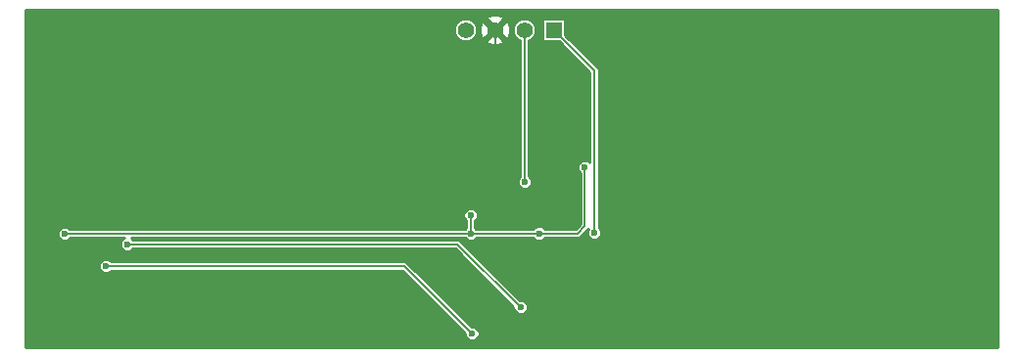
<source format=gbl>
G04 (created by PCBNEW (22-Jun-2014 BZR 4027)-stable) date Thu 03 May 2018 06:01:57 PM CST*
%MOIN*%
G04 Gerber Fmt 3.4, Leading zero omitted, Abs format*
%FSLAX34Y34*%
G01*
G70*
G90*
G04 APERTURE LIST*
%ADD10C,0.00393701*%
%ADD11R,0.055X0.055*%
%ADD12C,0.055*%
%ADD13C,0.023622*%
%ADD14C,0.00708661*%
%ADD15C,0.01*%
G04 APERTURE END LIST*
G54D10*
G54D11*
X142180Y-93434D03*
G54D12*
X141180Y-93434D03*
X140180Y-93434D03*
X139180Y-93434D03*
G54D13*
X143246Y-98126D03*
X139352Y-99746D03*
X125534Y-100374D03*
X139352Y-100376D03*
X141680Y-100368D03*
X139410Y-103794D03*
X126934Y-101482D03*
X125562Y-103894D03*
X124632Y-100776D03*
X137442Y-103894D03*
X143980Y-103890D03*
X155972Y-103894D03*
X155990Y-101448D03*
X153734Y-97126D03*
X153726Y-100988D03*
X153730Y-94310D03*
X131576Y-96404D03*
X135064Y-96412D03*
X140216Y-96410D03*
X143560Y-100356D03*
X141188Y-98608D03*
X141052Y-102889D03*
X127676Y-100734D03*
G54D14*
X141680Y-100368D02*
X142994Y-100368D01*
X143246Y-100116D02*
X143246Y-98126D01*
X142994Y-100368D02*
X143246Y-100116D01*
X139352Y-99746D02*
X139352Y-100376D01*
X139360Y-100368D02*
X125540Y-100368D01*
X125540Y-100368D02*
X125534Y-100374D01*
X139360Y-100368D02*
X139360Y-100368D01*
X139360Y-100368D02*
X141680Y-100368D01*
X139352Y-100376D02*
X139360Y-100368D01*
X126934Y-101482D02*
X137098Y-101482D01*
X137098Y-101482D02*
X139410Y-103794D01*
X124632Y-100776D02*
X124632Y-102964D01*
X124632Y-102964D02*
X125562Y-103894D01*
X143980Y-103890D02*
X143686Y-104184D01*
X137732Y-104184D02*
X143686Y-104184D01*
X137732Y-104184D02*
X137442Y-103894D01*
X155990Y-101448D02*
X155990Y-103876D01*
X155990Y-103876D02*
X155972Y-103894D01*
X153734Y-97126D02*
X153730Y-97126D01*
X153730Y-97126D02*
X153734Y-97126D01*
X153734Y-97126D02*
X153730Y-97126D01*
X153730Y-94310D02*
X153730Y-97126D01*
X153730Y-97126D02*
X153730Y-100984D01*
X153730Y-100984D02*
X153726Y-100988D01*
X135064Y-96412D02*
X131584Y-96412D01*
X131584Y-96412D02*
X131576Y-96404D01*
X140216Y-96410D02*
X135066Y-96410D01*
X135066Y-96410D02*
X135064Y-96412D01*
X140180Y-96374D02*
X140180Y-93434D01*
X140216Y-96410D02*
X140180Y-96374D01*
X143570Y-94824D02*
X142180Y-93434D01*
X143570Y-100346D02*
X143570Y-94824D01*
X143560Y-100356D02*
X143570Y-100346D01*
X141180Y-98600D02*
X141180Y-93434D01*
X141188Y-98608D02*
X141180Y-98600D01*
X138896Y-100734D02*
X127676Y-100734D01*
X138896Y-100734D02*
X141052Y-102889D01*
G54D10*
G36*
X157309Y-104243D02*
X143799Y-104243D01*
X143799Y-100308D01*
X143762Y-100220D01*
X143726Y-100184D01*
X143726Y-94824D01*
X143716Y-94774D01*
X143714Y-94764D01*
X143714Y-94764D01*
X143680Y-94713D01*
X143680Y-94713D01*
X142575Y-93608D01*
X142575Y-93135D01*
X142557Y-93090D01*
X142523Y-93056D01*
X142479Y-93038D01*
X142431Y-93038D01*
X141881Y-93038D01*
X141836Y-93056D01*
X141802Y-93090D01*
X141784Y-93134D01*
X141784Y-93182D01*
X141784Y-93732D01*
X141802Y-93777D01*
X141836Y-93811D01*
X141880Y-93829D01*
X141928Y-93829D01*
X142354Y-93829D01*
X143413Y-94888D01*
X143413Y-97955D01*
X143381Y-97923D01*
X143293Y-97887D01*
X143198Y-97886D01*
X143110Y-97923D01*
X143043Y-97990D01*
X143007Y-98078D01*
X143006Y-98173D01*
X143043Y-98261D01*
X143089Y-98307D01*
X143089Y-100051D01*
X142929Y-100211D01*
X141861Y-100211D01*
X141815Y-100165D01*
X141727Y-100129D01*
X141632Y-100128D01*
X141575Y-100152D01*
X141575Y-93355D01*
X141515Y-93210D01*
X141404Y-93098D01*
X141259Y-93038D01*
X141101Y-93038D01*
X140956Y-93098D01*
X140844Y-93209D01*
X140784Y-93354D01*
X140784Y-93512D01*
X140844Y-93657D01*
X140955Y-93769D01*
X141023Y-93797D01*
X141023Y-98434D01*
X140985Y-98472D01*
X140949Y-98560D01*
X140948Y-98655D01*
X140985Y-98743D01*
X141052Y-98810D01*
X141140Y-98846D01*
X141235Y-98847D01*
X141323Y-98810D01*
X141390Y-98743D01*
X141426Y-98655D01*
X141427Y-98560D01*
X141390Y-98472D01*
X141336Y-98418D01*
X141336Y-93797D01*
X141403Y-93769D01*
X141515Y-93658D01*
X141575Y-93513D01*
X141575Y-93355D01*
X141575Y-100152D01*
X141544Y-100165D01*
X141498Y-100211D01*
X140709Y-100211D01*
X140709Y-93509D01*
X140698Y-93301D01*
X140640Y-93161D01*
X140547Y-93136D01*
X140477Y-93207D01*
X140477Y-93066D01*
X140452Y-92973D01*
X140255Y-92904D01*
X140047Y-92915D01*
X139907Y-92973D01*
X139882Y-93066D01*
X140180Y-93363D01*
X140477Y-93066D01*
X140477Y-93207D01*
X140250Y-93434D01*
X140547Y-93731D01*
X140640Y-93706D01*
X140709Y-93509D01*
X140709Y-100211D01*
X140477Y-100211D01*
X140477Y-93801D01*
X140180Y-93504D01*
X140109Y-93575D01*
X140109Y-93434D01*
X139812Y-93136D01*
X139719Y-93161D01*
X139650Y-93358D01*
X139661Y-93566D01*
X139719Y-93706D01*
X139812Y-93731D01*
X140109Y-93434D01*
X140109Y-93575D01*
X139882Y-93801D01*
X139907Y-93894D01*
X140104Y-93963D01*
X140312Y-93952D01*
X140452Y-93894D01*
X140477Y-93801D01*
X140477Y-100211D01*
X139525Y-100211D01*
X139508Y-100194D01*
X139508Y-99927D01*
X139554Y-99881D01*
X139590Y-99793D01*
X139591Y-99698D01*
X139575Y-99662D01*
X139575Y-93355D01*
X139515Y-93210D01*
X139404Y-93098D01*
X139259Y-93038D01*
X139101Y-93038D01*
X138956Y-93098D01*
X138844Y-93209D01*
X138784Y-93354D01*
X138784Y-93512D01*
X138844Y-93657D01*
X138955Y-93769D01*
X139100Y-93829D01*
X139258Y-93829D01*
X139403Y-93769D01*
X139515Y-93658D01*
X139575Y-93513D01*
X139575Y-93355D01*
X139575Y-99662D01*
X139554Y-99610D01*
X139487Y-99543D01*
X139399Y-99507D01*
X139304Y-99506D01*
X139216Y-99543D01*
X139149Y-99610D01*
X139113Y-99698D01*
X139112Y-99793D01*
X139149Y-99881D01*
X139195Y-99927D01*
X139195Y-100194D01*
X139178Y-100211D01*
X125709Y-100211D01*
X125669Y-100171D01*
X125581Y-100135D01*
X125486Y-100134D01*
X125398Y-100171D01*
X125331Y-100238D01*
X125295Y-100326D01*
X125294Y-100421D01*
X125331Y-100509D01*
X125398Y-100576D01*
X125486Y-100612D01*
X125581Y-100613D01*
X125669Y-100576D01*
X125721Y-100524D01*
X127557Y-100524D01*
X127540Y-100531D01*
X127473Y-100598D01*
X127437Y-100686D01*
X127436Y-100781D01*
X127473Y-100869D01*
X127540Y-100936D01*
X127628Y-100972D01*
X127723Y-100973D01*
X127811Y-100936D01*
X127857Y-100890D01*
X138831Y-100890D01*
X140813Y-102871D01*
X140813Y-102937D01*
X140849Y-103025D01*
X140916Y-103092D01*
X141004Y-103128D01*
X141099Y-103128D01*
X141187Y-103092D01*
X141254Y-103025D01*
X141291Y-102937D01*
X141291Y-102842D01*
X141254Y-102754D01*
X141187Y-102687D01*
X141099Y-102650D01*
X141034Y-102650D01*
X139006Y-100623D01*
X138956Y-100589D01*
X138896Y-100577D01*
X127857Y-100577D01*
X127811Y-100531D01*
X127794Y-100524D01*
X139162Y-100524D01*
X139216Y-100578D01*
X139304Y-100614D01*
X139399Y-100615D01*
X139487Y-100578D01*
X139541Y-100524D01*
X141498Y-100524D01*
X141544Y-100570D01*
X141632Y-100606D01*
X141727Y-100607D01*
X141815Y-100570D01*
X141861Y-100524D01*
X142994Y-100524D01*
X142994Y-100524D01*
X143053Y-100512D01*
X143104Y-100478D01*
X143353Y-100229D01*
X143321Y-100308D01*
X143320Y-100403D01*
X143357Y-100491D01*
X143424Y-100558D01*
X143512Y-100594D01*
X143607Y-100595D01*
X143695Y-100558D01*
X143762Y-100491D01*
X143798Y-100403D01*
X143799Y-100308D01*
X143799Y-104243D01*
X139649Y-104243D01*
X139649Y-103746D01*
X139612Y-103658D01*
X139545Y-103591D01*
X139457Y-103555D01*
X139392Y-103555D01*
X137208Y-101371D01*
X137157Y-101337D01*
X137098Y-101325D01*
X127115Y-101325D01*
X127069Y-101279D01*
X126981Y-101243D01*
X126886Y-101242D01*
X126798Y-101279D01*
X126731Y-101346D01*
X126695Y-101434D01*
X126694Y-101529D01*
X126731Y-101617D01*
X126798Y-101684D01*
X126886Y-101720D01*
X126981Y-101721D01*
X127069Y-101684D01*
X127115Y-101638D01*
X137033Y-101638D01*
X139171Y-103776D01*
X139170Y-103841D01*
X139207Y-103929D01*
X139274Y-103996D01*
X139362Y-104032D01*
X139457Y-104033D01*
X139545Y-103996D01*
X139612Y-103929D01*
X139648Y-103841D01*
X139649Y-103746D01*
X139649Y-104243D01*
X124210Y-104243D01*
X124210Y-92744D01*
X157309Y-92744D01*
X157309Y-104243D01*
X157309Y-104243D01*
G37*
G54D15*
X157309Y-104243D02*
X143799Y-104243D01*
X143799Y-100308D01*
X143762Y-100220D01*
X143726Y-100184D01*
X143726Y-94824D01*
X143716Y-94774D01*
X143714Y-94764D01*
X143714Y-94764D01*
X143680Y-94713D01*
X143680Y-94713D01*
X142575Y-93608D01*
X142575Y-93135D01*
X142557Y-93090D01*
X142523Y-93056D01*
X142479Y-93038D01*
X142431Y-93038D01*
X141881Y-93038D01*
X141836Y-93056D01*
X141802Y-93090D01*
X141784Y-93134D01*
X141784Y-93182D01*
X141784Y-93732D01*
X141802Y-93777D01*
X141836Y-93811D01*
X141880Y-93829D01*
X141928Y-93829D01*
X142354Y-93829D01*
X143413Y-94888D01*
X143413Y-97955D01*
X143381Y-97923D01*
X143293Y-97887D01*
X143198Y-97886D01*
X143110Y-97923D01*
X143043Y-97990D01*
X143007Y-98078D01*
X143006Y-98173D01*
X143043Y-98261D01*
X143089Y-98307D01*
X143089Y-100051D01*
X142929Y-100211D01*
X141861Y-100211D01*
X141815Y-100165D01*
X141727Y-100129D01*
X141632Y-100128D01*
X141575Y-100152D01*
X141575Y-93355D01*
X141515Y-93210D01*
X141404Y-93098D01*
X141259Y-93038D01*
X141101Y-93038D01*
X140956Y-93098D01*
X140844Y-93209D01*
X140784Y-93354D01*
X140784Y-93512D01*
X140844Y-93657D01*
X140955Y-93769D01*
X141023Y-93797D01*
X141023Y-98434D01*
X140985Y-98472D01*
X140949Y-98560D01*
X140948Y-98655D01*
X140985Y-98743D01*
X141052Y-98810D01*
X141140Y-98846D01*
X141235Y-98847D01*
X141323Y-98810D01*
X141390Y-98743D01*
X141426Y-98655D01*
X141427Y-98560D01*
X141390Y-98472D01*
X141336Y-98418D01*
X141336Y-93797D01*
X141403Y-93769D01*
X141515Y-93658D01*
X141575Y-93513D01*
X141575Y-93355D01*
X141575Y-100152D01*
X141544Y-100165D01*
X141498Y-100211D01*
X140709Y-100211D01*
X140709Y-93509D01*
X140698Y-93301D01*
X140640Y-93161D01*
X140547Y-93136D01*
X140477Y-93207D01*
X140477Y-93066D01*
X140452Y-92973D01*
X140255Y-92904D01*
X140047Y-92915D01*
X139907Y-92973D01*
X139882Y-93066D01*
X140180Y-93363D01*
X140477Y-93066D01*
X140477Y-93207D01*
X140250Y-93434D01*
X140547Y-93731D01*
X140640Y-93706D01*
X140709Y-93509D01*
X140709Y-100211D01*
X140477Y-100211D01*
X140477Y-93801D01*
X140180Y-93504D01*
X140109Y-93575D01*
X140109Y-93434D01*
X139812Y-93136D01*
X139719Y-93161D01*
X139650Y-93358D01*
X139661Y-93566D01*
X139719Y-93706D01*
X139812Y-93731D01*
X140109Y-93434D01*
X140109Y-93575D01*
X139882Y-93801D01*
X139907Y-93894D01*
X140104Y-93963D01*
X140312Y-93952D01*
X140452Y-93894D01*
X140477Y-93801D01*
X140477Y-100211D01*
X139525Y-100211D01*
X139508Y-100194D01*
X139508Y-99927D01*
X139554Y-99881D01*
X139590Y-99793D01*
X139591Y-99698D01*
X139575Y-99662D01*
X139575Y-93355D01*
X139515Y-93210D01*
X139404Y-93098D01*
X139259Y-93038D01*
X139101Y-93038D01*
X138956Y-93098D01*
X138844Y-93209D01*
X138784Y-93354D01*
X138784Y-93512D01*
X138844Y-93657D01*
X138955Y-93769D01*
X139100Y-93829D01*
X139258Y-93829D01*
X139403Y-93769D01*
X139515Y-93658D01*
X139575Y-93513D01*
X139575Y-93355D01*
X139575Y-99662D01*
X139554Y-99610D01*
X139487Y-99543D01*
X139399Y-99507D01*
X139304Y-99506D01*
X139216Y-99543D01*
X139149Y-99610D01*
X139113Y-99698D01*
X139112Y-99793D01*
X139149Y-99881D01*
X139195Y-99927D01*
X139195Y-100194D01*
X139178Y-100211D01*
X125709Y-100211D01*
X125669Y-100171D01*
X125581Y-100135D01*
X125486Y-100134D01*
X125398Y-100171D01*
X125331Y-100238D01*
X125295Y-100326D01*
X125294Y-100421D01*
X125331Y-100509D01*
X125398Y-100576D01*
X125486Y-100612D01*
X125581Y-100613D01*
X125669Y-100576D01*
X125721Y-100524D01*
X127557Y-100524D01*
X127540Y-100531D01*
X127473Y-100598D01*
X127437Y-100686D01*
X127436Y-100781D01*
X127473Y-100869D01*
X127540Y-100936D01*
X127628Y-100972D01*
X127723Y-100973D01*
X127811Y-100936D01*
X127857Y-100890D01*
X138831Y-100890D01*
X140813Y-102871D01*
X140813Y-102937D01*
X140849Y-103025D01*
X140916Y-103092D01*
X141004Y-103128D01*
X141099Y-103128D01*
X141187Y-103092D01*
X141254Y-103025D01*
X141291Y-102937D01*
X141291Y-102842D01*
X141254Y-102754D01*
X141187Y-102687D01*
X141099Y-102650D01*
X141034Y-102650D01*
X139006Y-100623D01*
X138956Y-100589D01*
X138896Y-100577D01*
X127857Y-100577D01*
X127811Y-100531D01*
X127794Y-100524D01*
X139162Y-100524D01*
X139216Y-100578D01*
X139304Y-100614D01*
X139399Y-100615D01*
X139487Y-100578D01*
X139541Y-100524D01*
X141498Y-100524D01*
X141544Y-100570D01*
X141632Y-100606D01*
X141727Y-100607D01*
X141815Y-100570D01*
X141861Y-100524D01*
X142994Y-100524D01*
X142994Y-100524D01*
X143053Y-100512D01*
X143104Y-100478D01*
X143353Y-100229D01*
X143321Y-100308D01*
X143320Y-100403D01*
X143357Y-100491D01*
X143424Y-100558D01*
X143512Y-100594D01*
X143607Y-100595D01*
X143695Y-100558D01*
X143762Y-100491D01*
X143798Y-100403D01*
X143799Y-100308D01*
X143799Y-104243D01*
X139649Y-104243D01*
X139649Y-103746D01*
X139612Y-103658D01*
X139545Y-103591D01*
X139457Y-103555D01*
X139392Y-103555D01*
X137208Y-101371D01*
X137157Y-101337D01*
X137098Y-101325D01*
X127115Y-101325D01*
X127069Y-101279D01*
X126981Y-101243D01*
X126886Y-101242D01*
X126798Y-101279D01*
X126731Y-101346D01*
X126695Y-101434D01*
X126694Y-101529D01*
X126731Y-101617D01*
X126798Y-101684D01*
X126886Y-101720D01*
X126981Y-101721D01*
X127069Y-101684D01*
X127115Y-101638D01*
X137033Y-101638D01*
X139171Y-103776D01*
X139170Y-103841D01*
X139207Y-103929D01*
X139274Y-103996D01*
X139362Y-104032D01*
X139457Y-104033D01*
X139545Y-103996D01*
X139612Y-103929D01*
X139648Y-103841D01*
X139649Y-103746D01*
X139649Y-104243D01*
X124210Y-104243D01*
X124210Y-92744D01*
X157309Y-92744D01*
X157309Y-104243D01*
M02*

</source>
